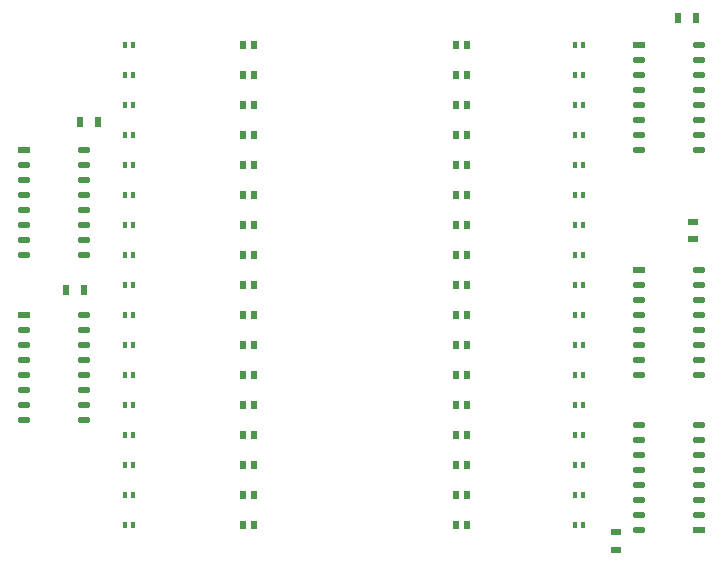
<source format=gtp>
G04*
G04 #@! TF.GenerationSoftware,Altium Limited,Altium Designer,18.1.7 (191)*
G04*
G04 Layer_Color=8421504*
%FSLAX44Y44*%
%MOMM*%
G71*
G01*
G75*
%ADD15R,0.9000X0.6000*%
%ADD16R,0.6000X0.9000*%
%ADD17R,0.6000X0.7000*%
%ADD18R,0.3000X0.5000*%
%ADD19O,1.1000X0.5100*%
%ADD20R,1.1000X0.5100*%
D15*
X1238250Y552990D02*
D03*
Y537990D02*
D03*
X1303020Y800830D02*
D03*
Y815830D02*
D03*
D16*
X1290846Y988060D02*
D03*
X1305846D02*
D03*
X787280Y758190D02*
D03*
X772280D02*
D03*
X784218Y900430D02*
D03*
X799218D02*
D03*
D17*
X922350Y965200D02*
D03*
X931850D02*
D03*
X922350Y939800D02*
D03*
X931850D02*
D03*
X922350Y914400D02*
D03*
X931850D02*
D03*
X922350Y889000D02*
D03*
X931850D02*
D03*
X922350Y863600D02*
D03*
X931850D02*
D03*
X922350Y838200D02*
D03*
X931850D02*
D03*
X922350Y812800D02*
D03*
X931850D02*
D03*
X922350Y787400D02*
D03*
X931850D02*
D03*
X922350Y762000D02*
D03*
X931850D02*
D03*
X922350Y736600D02*
D03*
X931850D02*
D03*
X922350Y711200D02*
D03*
X931850D02*
D03*
X922350Y685800D02*
D03*
X931850D02*
D03*
X922350Y660400D02*
D03*
X931850D02*
D03*
X922350Y635000D02*
D03*
X931850D02*
D03*
X922350Y609600D02*
D03*
X931850D02*
D03*
X922350Y584200D02*
D03*
X931850D02*
D03*
X922350Y558800D02*
D03*
X931850D02*
D03*
X1112190Y965200D02*
D03*
X1102690D02*
D03*
X1112190Y939800D02*
D03*
X1102690D02*
D03*
X1112190Y914400D02*
D03*
X1102690D02*
D03*
X1112190Y889000D02*
D03*
X1102690D02*
D03*
X1112190Y863600D02*
D03*
X1102690D02*
D03*
X1112190Y838200D02*
D03*
X1102690D02*
D03*
X1112190Y812800D02*
D03*
X1102690D02*
D03*
X1112190Y787400D02*
D03*
X1102690D02*
D03*
X1112190Y762000D02*
D03*
X1102690D02*
D03*
X1112190Y736600D02*
D03*
X1102690D02*
D03*
X1112190Y711200D02*
D03*
X1102690D02*
D03*
X1112190Y685800D02*
D03*
X1102690D02*
D03*
X1112190Y660400D02*
D03*
X1102690D02*
D03*
X1112190Y635000D02*
D03*
X1102690D02*
D03*
X1112190Y609600D02*
D03*
X1102690D02*
D03*
X1112190Y584200D02*
D03*
X1102690D02*
D03*
X1112190Y558800D02*
D03*
X1102690D02*
D03*
D18*
X822000Y965200D02*
D03*
X829000D02*
D03*
X822000Y939800D02*
D03*
X829000D02*
D03*
X822000Y914400D02*
D03*
X829000D02*
D03*
X822000Y889000D02*
D03*
X829000D02*
D03*
X822000Y863600D02*
D03*
X829000D02*
D03*
X822000Y838200D02*
D03*
X829000D02*
D03*
X822000Y812800D02*
D03*
X829000D02*
D03*
X822000Y787400D02*
D03*
X829000D02*
D03*
X822000Y762000D02*
D03*
X829000D02*
D03*
X822000Y736600D02*
D03*
X829000D02*
D03*
X822000Y711200D02*
D03*
X829000D02*
D03*
X822000Y685800D02*
D03*
X829000D02*
D03*
X822000Y660400D02*
D03*
X829000D02*
D03*
X822000Y635000D02*
D03*
X829000D02*
D03*
X822000Y609600D02*
D03*
X829000D02*
D03*
X822000Y584200D02*
D03*
X829000D02*
D03*
X822000Y558800D02*
D03*
X829000D02*
D03*
X1210000Y965200D02*
D03*
X1203000D02*
D03*
X1210000Y939800D02*
D03*
X1203000D02*
D03*
X1210000Y914400D02*
D03*
X1203000D02*
D03*
X1210000Y889000D02*
D03*
X1203000D02*
D03*
X1210000Y863600D02*
D03*
X1203000D02*
D03*
X1210000Y838200D02*
D03*
X1203000D02*
D03*
X1210000Y812800D02*
D03*
X1203000D02*
D03*
X1210000Y787400D02*
D03*
X1203000D02*
D03*
X1210000Y762000D02*
D03*
X1203000D02*
D03*
X1210000Y736600D02*
D03*
X1203000D02*
D03*
X1210000Y711200D02*
D03*
X1203000D02*
D03*
X1210000Y685800D02*
D03*
X1203000D02*
D03*
X1210000Y660400D02*
D03*
X1203000D02*
D03*
X1210000Y635000D02*
D03*
X1203000D02*
D03*
X1210000Y609600D02*
D03*
X1203000D02*
D03*
X1210000Y584200D02*
D03*
X1203000D02*
D03*
X1210000Y558800D02*
D03*
X1203000D02*
D03*
D19*
X787600Y647700D02*
D03*
Y660400D02*
D03*
Y673100D02*
D03*
Y685800D02*
D03*
Y698500D02*
D03*
Y711200D02*
D03*
Y723900D02*
D03*
Y736600D02*
D03*
X736600Y647700D02*
D03*
Y660400D02*
D03*
Y673100D02*
D03*
Y685800D02*
D03*
Y698500D02*
D03*
Y711200D02*
D03*
Y723900D02*
D03*
X1308300Y876300D02*
D03*
Y889000D02*
D03*
Y901700D02*
D03*
Y914400D02*
D03*
Y927100D02*
D03*
Y939800D02*
D03*
Y952500D02*
D03*
Y965200D02*
D03*
X1257300Y876300D02*
D03*
Y889000D02*
D03*
Y901700D02*
D03*
Y914400D02*
D03*
Y927100D02*
D03*
Y939800D02*
D03*
Y952500D02*
D03*
X1308300Y685800D02*
D03*
Y698500D02*
D03*
Y711200D02*
D03*
Y723900D02*
D03*
Y736600D02*
D03*
Y749300D02*
D03*
Y762000D02*
D03*
Y774700D02*
D03*
X1257300Y685800D02*
D03*
Y698500D02*
D03*
Y711200D02*
D03*
Y723900D02*
D03*
Y736600D02*
D03*
Y749300D02*
D03*
Y762000D02*
D03*
Y643890D02*
D03*
Y631190D02*
D03*
Y618490D02*
D03*
Y605790D02*
D03*
Y593090D02*
D03*
Y580390D02*
D03*
Y567690D02*
D03*
Y554990D02*
D03*
X1308300Y643890D02*
D03*
Y631190D02*
D03*
Y618490D02*
D03*
Y605790D02*
D03*
Y593090D02*
D03*
Y580390D02*
D03*
Y567690D02*
D03*
X787600Y787400D02*
D03*
Y800100D02*
D03*
Y812800D02*
D03*
Y825500D02*
D03*
Y838200D02*
D03*
Y850900D02*
D03*
Y863600D02*
D03*
Y876300D02*
D03*
X736600Y787400D02*
D03*
Y800100D02*
D03*
Y812800D02*
D03*
Y825500D02*
D03*
Y838200D02*
D03*
Y850900D02*
D03*
Y863600D02*
D03*
D20*
Y736600D02*
D03*
X1257300Y965200D02*
D03*
Y774700D02*
D03*
X1308300Y554990D02*
D03*
X736600Y876300D02*
D03*
M02*

</source>
